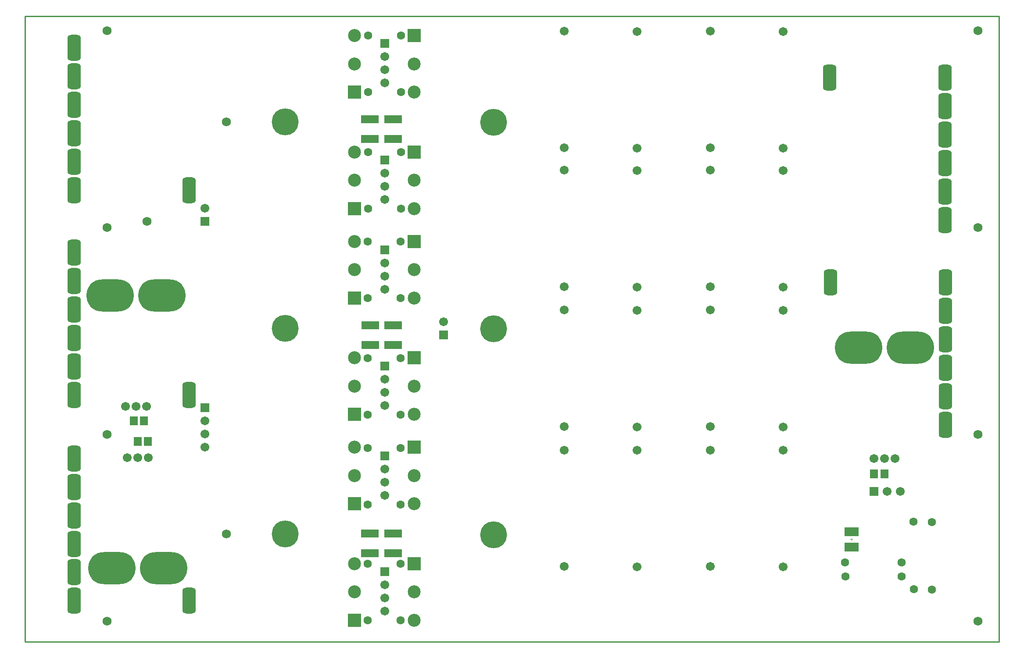
<source format=gts>
G04 Layer_Color=8388736*
%FSLAX44Y44*%
%MOMM*%
G71*
G01*
G75*
%ADD13C,0.2540*%
%ADD18C,0.1000*%
%ADD36R,2.8032X1.7032*%
%ADD37R,1.6032X1.7032*%
%ADD38R,3.5032X1.6032*%
%ADD39C,1.7272*%
%ADD40C,1.6032*%
%ADD41R,1.7032X1.7032*%
%ADD42C,1.7032*%
G04:AMPARAMS|DCode=43|XSize=5.0032mm|YSize=2.6032mm|CornerRadius=0.7016mm|HoleSize=0mm|Usage=FLASHONLY|Rotation=270.000|XOffset=0mm|YOffset=0mm|HoleType=Round|Shape=RoundedRectangle|*
%AMROUNDEDRECTD43*
21,1,5.0032,1.2000,0,0,270.0*
21,1,3.6000,2.6032,0,0,270.0*
1,1,1.4032,-0.6000,-1.8000*
1,1,1.4032,-0.6000,1.8000*
1,1,1.4032,0.6000,1.8000*
1,1,1.4032,0.6000,-1.8000*
%
%ADD43ROUNDEDRECTD43*%
%ADD44R,1.7032X1.7032*%
%ADD45O,9.2032X6.2032*%
%ADD46C,5.2032*%
%ADD47C,2.5032*%
%ADD48R,2.5032X2.5032*%
D13*
X0Y1207700D02*
X1879800D01*
Y0D02*
Y1207700D01*
X0Y0D02*
X1879800D01*
X0D02*
Y1207700D01*
D18*
X1592900Y197500D02*
X1596900D01*
X1594900Y195500D02*
Y199500D01*
D36*
X1594900Y182500D02*
D03*
Y212500D02*
D03*
D37*
X1638500Y324100D02*
D03*
X1658500D02*
D03*
X229500Y426200D02*
D03*
X209500D02*
D03*
X237300Y386400D02*
D03*
X217300D02*
D03*
D38*
X709900Y209200D02*
D03*
Y171200D02*
D03*
X665600Y209200D02*
D03*
Y171200D02*
D03*
X665900Y611200D02*
D03*
Y573200D02*
D03*
X710200Y611200D02*
D03*
Y573200D02*
D03*
X665600Y1008700D02*
D03*
Y970700D02*
D03*
X709900Y1008700D02*
D03*
Y970700D02*
D03*
D39*
X388300Y1004090D02*
D03*
X388300Y207800D02*
D03*
X1839100Y400000D02*
D03*
Y1180000D02*
D03*
X158400Y40000D02*
D03*
Y400000D02*
D03*
Y800000D02*
D03*
X1839100D02*
D03*
Y40000D02*
D03*
X158400Y1180000D02*
D03*
X235100Y811900D02*
D03*
D40*
X1750200Y100900D02*
D03*
Y231300D02*
D03*
X1714900Y101400D02*
D03*
X1714800Y232000D02*
D03*
X1582800Y126300D02*
D03*
X1691800D02*
D03*
X1582600Y152800D02*
D03*
X1691600D02*
D03*
X661000Y150300D02*
D03*
Y41300D02*
D03*
X724600Y150300D02*
D03*
Y41300D02*
D03*
Y374200D02*
D03*
Y265200D02*
D03*
X661000Y374200D02*
D03*
Y265200D02*
D03*
X725000Y547400D02*
D03*
Y438400D02*
D03*
X661400Y547400D02*
D03*
Y438400D02*
D03*
X725000Y772400D02*
D03*
Y663400D02*
D03*
X661400Y772400D02*
D03*
Y663400D02*
D03*
X725300Y945500D02*
D03*
Y836500D02*
D03*
X661700Y945500D02*
D03*
Y836500D02*
D03*
X725300Y1170600D02*
D03*
Y1061600D02*
D03*
X661700Y1170600D02*
D03*
Y1061600D02*
D03*
D41*
X1638500Y290400D02*
D03*
D42*
X1663900D02*
D03*
X1689300D02*
D03*
X347100Y836800D02*
D03*
X1678650Y353750D02*
D03*
X1658485D02*
D03*
X1638480D02*
D03*
X694400Y1130000D02*
D03*
Y1104600D02*
D03*
Y1079200D02*
D03*
Y905100D02*
D03*
Y879700D02*
D03*
Y854300D02*
D03*
Y731600D02*
D03*
Y706200D02*
D03*
Y680800D02*
D03*
Y506900D02*
D03*
Y481500D02*
D03*
Y456100D02*
D03*
Y333500D02*
D03*
Y308100D02*
D03*
Y282700D02*
D03*
Y109700D02*
D03*
Y84300D02*
D03*
Y58900D02*
D03*
X1322250Y370010D02*
D03*
Y145010D02*
D03*
X1462750Y369410D02*
D03*
Y144410D02*
D03*
X1180850Y369410D02*
D03*
Y144410D02*
D03*
X1040350Y370010D02*
D03*
Y145010D02*
D03*
X1322250Y640510D02*
D03*
Y415510D02*
D03*
X1462750Y639910D02*
D03*
Y414910D02*
D03*
X1180850Y639910D02*
D03*
Y414910D02*
D03*
X1040350Y640510D02*
D03*
Y415510D02*
D03*
X1322250Y910410D02*
D03*
Y685410D02*
D03*
X1462750Y909810D02*
D03*
Y684810D02*
D03*
X1180850Y909810D02*
D03*
Y684810D02*
D03*
X1040350Y910410D02*
D03*
Y685410D02*
D03*
X1322250Y1179010D02*
D03*
Y954010D02*
D03*
X1462750Y1178410D02*
D03*
Y953410D02*
D03*
X1180850Y1178410D02*
D03*
Y953410D02*
D03*
X1040350Y1179010D02*
D03*
Y954010D02*
D03*
X234250Y454550D02*
D03*
X214085D02*
D03*
X194080D02*
D03*
X197550Y355650D02*
D03*
X217715D02*
D03*
X237720D02*
D03*
X347100Y426200D02*
D03*
Y400800D02*
D03*
Y375400D02*
D03*
X807500Y617900D02*
D03*
D43*
X316725Y872000D02*
D03*
X94475Y872000D02*
D03*
Y927000D02*
D03*
Y1147000D02*
D03*
Y1092000D02*
D03*
Y1037000D02*
D03*
Y982000D02*
D03*
X316725Y476700D02*
D03*
X94475Y476700D02*
D03*
Y531700D02*
D03*
Y751700D02*
D03*
Y696700D02*
D03*
Y641700D02*
D03*
Y586700D02*
D03*
X316725Y79000D02*
D03*
X94475Y79000D02*
D03*
Y134000D02*
D03*
Y354000D02*
D03*
Y299000D02*
D03*
Y244000D02*
D03*
Y189000D02*
D03*
X1554075Y694100D02*
D03*
X1776325Y694100D02*
D03*
Y639100D02*
D03*
Y419100D02*
D03*
Y474100D02*
D03*
Y529100D02*
D03*
Y584100D02*
D03*
X1553075Y1089600D02*
D03*
X1775325Y1089600D02*
D03*
Y1034600D02*
D03*
Y814600D02*
D03*
Y869600D02*
D03*
Y924600D02*
D03*
Y979600D02*
D03*
D44*
X347100Y811400D02*
D03*
X694400Y1155400D02*
D03*
Y930500D02*
D03*
Y757000D02*
D03*
Y532300D02*
D03*
Y358900D02*
D03*
Y135100D02*
D03*
X347100Y451600D02*
D03*
X807500Y592500D02*
D03*
D45*
X1708650Y567750D02*
D03*
X1608320D02*
D03*
X264250Y668550D02*
D03*
X163920D02*
D03*
X167550Y141650D02*
D03*
X267880D02*
D03*
D46*
X904220Y1002820D02*
D03*
Y604040D02*
D03*
Y206530D02*
D03*
X501950Y1004090D02*
D03*
Y605310D02*
D03*
Y207800D02*
D03*
D47*
X635460Y1170350D02*
D03*
Y1115850D02*
D03*
X750710Y1061350D02*
D03*
Y1115850D02*
D03*
Y836560D02*
D03*
Y891060D02*
D03*
X635460Y375330D02*
D03*
Y320830D02*
D03*
Y150530D02*
D03*
Y96030D02*
D03*
X750710Y663840D02*
D03*
Y718340D02*
D03*
Y439050D02*
D03*
Y493550D02*
D03*
Y266330D02*
D03*
Y320830D02*
D03*
Y41540D02*
D03*
Y96040D02*
D03*
X635460Y945550D02*
D03*
Y891050D02*
D03*
Y772840D02*
D03*
Y718340D02*
D03*
Y548040D02*
D03*
Y493540D02*
D03*
D48*
Y1061350D02*
D03*
X750710Y1170350D02*
D03*
Y945560D02*
D03*
X635460Y266330D02*
D03*
Y41530D02*
D03*
X750710Y772840D02*
D03*
Y548050D02*
D03*
Y375330D02*
D03*
Y150540D02*
D03*
X635460Y836550D02*
D03*
Y663840D02*
D03*
Y439040D02*
D03*
M02*

</source>
